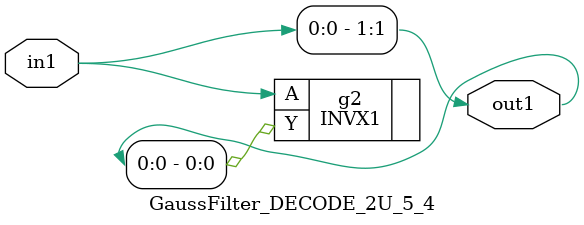
<source format=v>
`timescale 1ps / 1ps


module GaussFilter_DECODE_2U_5_4(in1, out1);
  input in1;
  output [1:0] out1;
  wire in1;
  wire [1:0] out1;
  assign out1[1] = in1;
  INVX1 g2(.A (in1), .Y (out1[0]));
endmodule



</source>
